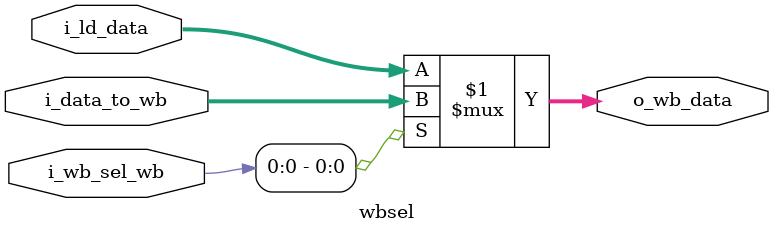
<source format=sv>
module wbsel(
	input  logic [31:0] i_data_to_wb,
	input  logic [31:0] i_ld_data,
	input  logic [1:0]  i_wb_sel_wb,
	output logic [31:0] o_wb_data
);

	assign o_wb_data = (i_wb_sel_wb[0]) ? i_data_to_wb : i_ld_data;

endmodule 

</source>
